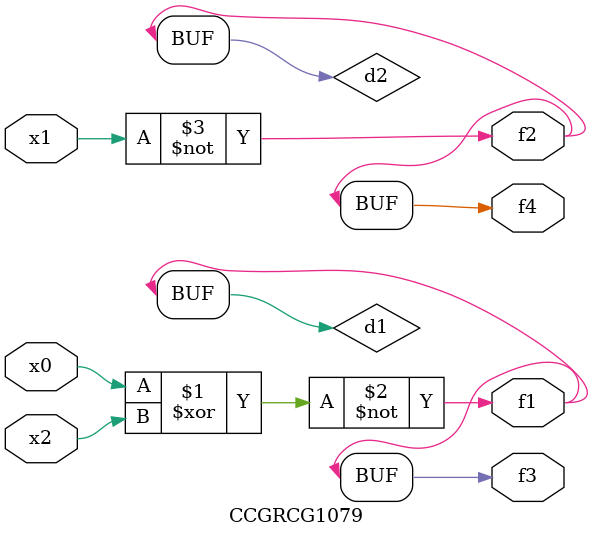
<source format=v>
module CCGRCG1079(
	input x0, x1, x2,
	output f1, f2, f3, f4
);

	wire d1, d2, d3;

	xnor (d1, x0, x2);
	nand (d2, x1);
	nor (d3, x1, x2);
	assign f1 = d1;
	assign f2 = d2;
	assign f3 = d1;
	assign f4 = d2;
endmodule

</source>
